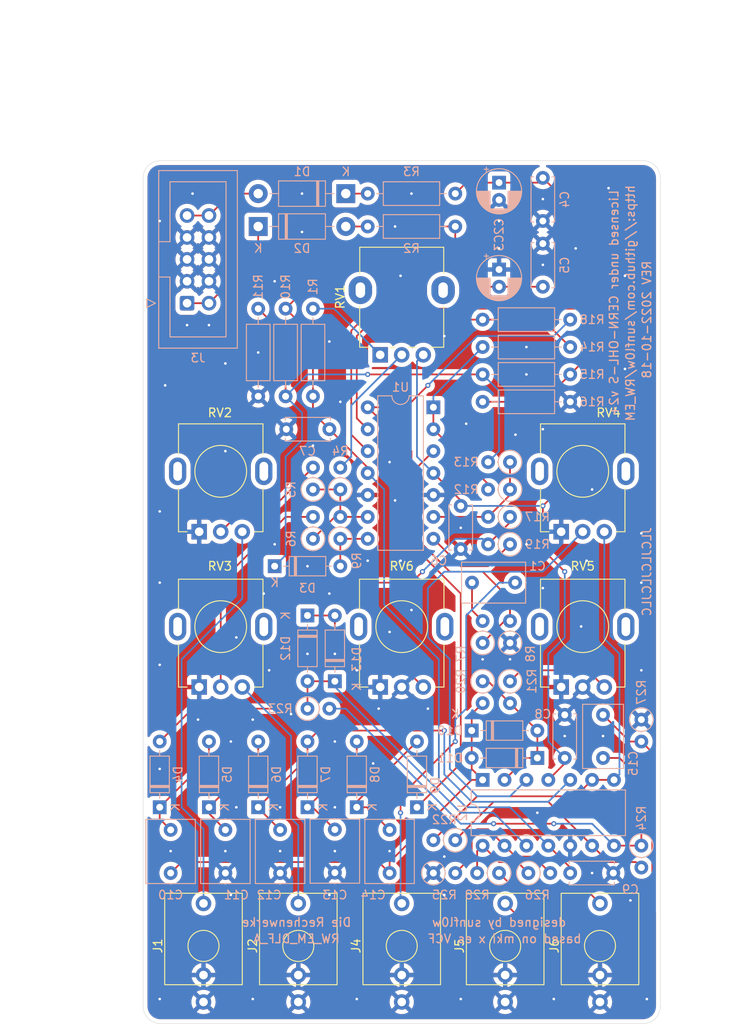
<source format=kicad_pcb>
(kicad_pcb (version 20211014) (generator pcbnew)
  (title_block (title "RW_EM_DLF_A") (date "2022-10-19") (rev "2022-10-19") (comment 1 "Licensed under CERN-OHL-S v2+"))
  (layers (0 "F.Cu" signal) (31 "B.Cu" signal) (34 "B.Paste" user) (35 "F.Paste" user) (36 "B.SilkS" user "B.Silkscreen") (37 "F.SilkS" user "F.Silkscreen") (38 "B.Mask" user) (39 "F.Mask" user) (44 "Edge.Cuts" user))
  (net 0 "")
  (net 1 "Net-(C1-Pad1)")
  (net 2 "Net-(C1-Pad2)")
  (net 3 "+12V")
  (net 4 "GND")
  (net 5 "-12V")
  (net 6 "Net-(C10-Pad1)")
  (net 7 "Net-(C10-Pad2)")
  (net 8 "Net-(C11-Pad2)")
  (net 9 "Net-(C12-Pad2)")
  (net 10 "Net-(C13-Pad2)")
  (net 11 "Net-(C14-Pad2)")
  (net 12 "Net-(C15-Pad1)")
  (net 13 "Net-(C15-Pad2)")
  (net 14 "Net-(D1-Pad1)")
  (net 15 "Net-(D1-Pad2)")
  (net 16 "Net-(D2-Pad1)")
  (net 17 "Net-(D2-Pad2)")
  (net 18 "Net-(D3-Pad1)")
  (net 19 "Net-(D3-Pad2)")
  (net 20 "Net-(D4-Pad2)")
  (net 21 "Net-(D9-Pad1)")
  (net 22 "Net-(D10-Pad2)")
  (net 23 "Net-(D12-Pad1)")
  (net 24 "Net-(D12-Pad2)")
  (net 25 "Net-(J1-PadT)")
  (net 26 "Net-(J2-PadT)")
  (net 27 "Net-(J6-PadT)")
  (net 28 "Net-(R1-Pad2)")
  (net 29 "Net-(R4-Pad1)")
  (net 30 "Net-(R4-Pad2)")
  (net 31 "Net-(R5-Pad2)")
  (net 32 "Net-(R6-Pad2)")
  (net 33 "Net-(R7-Pad1)")
  (net 34 "Net-(R12-Pad1)")
  (net 35 "Net-(R12-Pad2)")
  (net 36 "Net-(R14-Pad1)")
  (net 37 "Net-(R15-Pad1)")
  (net 38 "Net-(R19-Pad1)")
  (net 39 "Net-(R21-Pad1)")
  (net 40 "Net-(R22-Pad1)")
  (net 41 "Net-(R22-Pad2)")
  (net 42 "Net-(R25-Pad2)")
  (net 43 "Net-(R26-Pad1)")
  (net 44 "Net-(RV4-Pad2)")
  (footprint "RW_EurorackModular:PJ301M-12" (layer "F.Cu") (at 173 131)
    (fp_text reference "J6")
    (fp_text value "PJ301M-12")
  )
  (footprint "RW_EurorackModular:Potentiometer_R0904N_SongHuei" (layer "F.Cu") (at 150 94)
    (fp_text reference "RV6")
    (fp_text value "25k")
  )
  (footprint "RW_EurorackModular:Potentiometer_R0904N_SongHuei" (layer "F.Cu") (at 129 94)
    (fp_text reference "RV3")
    (fp_text value "100k")
  )
  (footprint "RW_EurorackModular:Potentiometer_Alpha_RD901F-40-00D_Single_Vertical" (layer "F.Cu") (at 150 55)
    (fp_text reference "RV1")
    (fp_text value "100k")
  )
  (footprint "RW_EurorackModular:PJ301M-12" (layer "F.Cu") (at 138 131)
    (fp_text reference "J2")
    (fp_text value "PJ301M-12")
  )
  (footprint "RW_EurorackModular:PJ301M-12" (layer "F.Cu") (at 150 131)
    (fp_text reference "J4")
    (fp_text value "PJ301M-12")
  )
  (footprint "RW_EurorackModular:Potentiometer_R0904N_SongHuei" (layer "F.Cu") (at 129 76)
    (fp_text reference "RV2")
    (fp_text value "100k")
  )
  (footprint "RW_EurorackModular:PJ301M-12" (layer "F.Cu") (at 162 131)
    (fp_text reference "J5")
    (fp_text value "PJ301M-12")
  )
  (footprint "RW_EurorackModular:Potentiometer_R0904N_SongHuei" (layer "F.Cu") (at 171 76)
    (fp_text reference "RV4")
    (fp_text value "100k")
  )
  (footprint "RW_EurorackModular:Potentiometer_R0904N_SongHuei" (layer "F.Cu") (at 171 94)
    (fp_text reference "RV5")
    (fp_text value "50k")
  )
  (footprint "RW_EurorackModular:PJ301M-12" (layer "F.Cu") (at 127 131)
    (fp_text reference "J1")
    (fp_text value "PJ301M-12")
  )
  (footprint "Resistor_THT:R_Axial_DIN0207_L6.3mm_D2.5mm_P10.16mm_Horizontal" (layer "B.Cu") (at 136.525 67.31 90)
    (fp_text reference "R10")
    (fp_text value "100k")
  )
  (footprint "Resistor_THT:R_Axial_DIN0207_L6.3mm_D2.5mm_P2.54mm_Vertical" (layer "B.Cu") (at 142.875 83.82 90)
    (fp_text reference "R9")
    (fp_text value "14k")
  )
  (footprint "Capacitor_THT:CP_Radial_D5.0mm_P2.00mm" (layer "B.Cu") (at 161.29 42.545 -90)
    (fp_text reference "C2")
    (fp_text value "47uF")
  )
  (footprint "Resistor_THT:R_Axial_DIN0207_L6.3mm_D2.5mm_P10.16mm_Horizontal" (layer "B.Cu") (at 146.05 47.625)
    (fp_text reference "R2")
    (fp_text value "10")
  )
  (footprint "Resistor_THT:R_Axial_DIN0207_L6.3mm_D2.5mm_P2.54mm_Vertical" (layer "B.Cu") (at 139.065 103.505)
    (fp_text reference "R23")
    (fp_text value "100k")
  )
  (footprint "Resistor_THT:R_Axial_DIN0207_L6.3mm_D2.5mm_P10.16mm_Horizontal" (layer "B.Cu") (at 169.545 61.595 180)
    (fp_text reference "R14")
    (fp_text value "33k")
  )
  (footprint "Resistor_THT:R_Axial_DIN0207_L6.3mm_D2.5mm_P2.54mm_Vertical" (layer "B.Cu") (at 162.56 84.455 180)
    (fp_text reference "R19")
    (fp_text value "2k")
  )
  (footprint "Capacitor_THT:C_Rect_L7.2mm_W4.5mm_P5.00mm_FKS2_FKP2_MKS2_MKP2" (layer "B.Cu") (at 163.155 88.9 180)
    (fp_text reference "C1")
    (fp_text value "1uF")
  )
  (footprint "Diode_THT:D_DO-35_SOD27_P7.62mm_Horizontal" (layer "B.Cu") (at 121.92 114.935 90)
    (fp_text reference "D4")
    (fp_text value "1N4148")
  )
  (footprint "Diode_THT:D_DO-41_SOD81_P10.16mm_Horizontal" (layer "B.Cu") (at 133.35 47.625)
    (fp_text reference "D2")
    (fp_text value "1N5819")
  )
  (footprint "Resistor_THT:R_Axial_DIN0207_L6.3mm_D2.5mm_P10.16mm_Horizontal" (layer "B.Cu") (at 139.7 67.31 90)
    (fp_text reference "R1")
    (fp_text value "27k")
  )
  (footprint "Capacitor_THT:C_Rect_L7.2mm_W5.5mm_P5.00mm_FKS2_FKP2_MKS2_MKP2" (layer "B.Cu") (at 142.24 122.515 90)
    (fp_text reference "C13")
    (fp_text value "2.2nF")
  )
  (footprint "Capacitor_THT:C_Disc_D5.0mm_W2.5mm_P5.00mm" (layer "B.Cu") (at 136.605 71.12)
    (fp_text reference "C7")
    (fp_text value "100nF")
  )
  (footprint "Package_DIP:DIP-14_W7.62mm" (layer "B.Cu") (at 153.67 68.58 180)
    (fp_text reference "U1")
    (fp_text value "TL074")
  )
  (footprint "Diode_THT:D_DO-35_SOD27_P7.62mm_Horizontal" (layer "B.Cu") (at 142.24 100.33 90)
    (fp_text reference "D13")
    (fp_text value "1N4148")
  )
  (footprint "Capacitor_THT:C_Disc_D5.0mm_W2.5mm_P5.00mm" (layer "B.Cu") (at 166.37 41.99 -90)
    (fp_text reference "C4")
    (fp_text value "100nF")
  )
  (footprint "Capacitor_THT:C_Disc_D5.0mm_W2.5mm_P5.00mm" (layer "B.Cu") (at 174.545 122.555 180)
    (fp_text reference "C9")
    (fp_text value "100nF")
  )
  (footprint "Resistor_THT:R_Axial_DIN0207_L6.3mm_D2.5mm_P2.54mm_Vertical" (layer "B.Cu") (at 164.69 122.555)
    (fp_text reference "R26")
    (fp_text value "100k")
  )
  (footprint "Resistor_THT:R_Axial_DIN0207_L6.3mm_D2.5mm_P2.54mm_Vertical" (layer "B.Cu") (at 177.8 104.775 -90)
    (fp_text reference "R27")
    (fp_text value "100k")
  )
  (footprint "Resistor_THT:R_Axial_DIN0207_L6.3mm_D2.5mm_P2.54mm_Vertical" (layer "B.Cu") (at 153.67 122.555)
    (fp_text reference "R25")
    (fp_text value "27k")
  )
  (footprint "Capacitor_THT:C_Disc_D5.0mm_W2.5mm_P5.00mm" (layer "B.Cu") (at 166.37 49.61 -90)
    (fp_text reference "C5")
    (fp_text value "100nF")
  )
  (footprint "Capacitor_THT:C_Disc_D5.0mm_W2.5mm_P5.00mm" (layer "B.Cu") (at 168.91 109.22 90)
    (fp_text reference "C8")
    (fp_text value "100nF")
  )
  (footprint "Resistor_THT:R_Axial_DIN0207_L6.3mm_D2.5mm_P2.54mm_Vertical" (layer "B.Cu") (at 162.56 81.28 180)
    (fp_text reference "R17")
    (fp_text value "33k")
  )
  (footprint "Diode_THT:D_DO-35_SOD27_P7.62mm_Horizontal" (layer "B.Cu") (at 158.115 106.045)
    (fp_text reference "D10")
    (fp_text value "1N4148")
  )
  (footprint "Resistor_THT:R_Axial_DIN0207_L6.3mm_D2.5mm_P2.54mm_Vertical" (layer "B.Cu") (at 162.56 74.93 180)
    (fp_text reference "R13")
    (fp_text value "33k")
  )
  (footprint "Resistor_THT:R_Axial_DIN0207_L6.3mm_D2.5mm_P10.16mm_Horizontal" (layer "B.Cu") (at 133.35 67.31 90)
    (fp_text reference "R11")
    (fp_text value "27k")
  )
  (footprint "Capacitor_THT:C_Rect_L7.2mm_W5.5mm_P5.00mm_FKS2_FKP2_MKS2_MKP2" (layer "B.Cu") (at 123.19 122.555 90)
    (fp_text reference "C10")
    (fp_text value "2.2nF")
  )
  (footprint "Connector_IDC:IDC-Header_2x05_P2.54mm_Vertical" (layer "B.Cu") (at 125.095 56.515)
    (fp_text reference "J3")
    (fp_text value "IDC_02x05")
  )
  (footprint "Diode_THT:D_DO-35_SOD27_P7.62mm_Horizontal" (layer "B.Cu") (at 133.35 114.935 90)
    (fp_text reference "D6")
    (fp_text value "1N4148")
  )
  (footprint "Resistor_THT:R_Axial_DIN0207_L6.3mm_D2.5mm_P2.54mm_Vertical" (layer "B.Cu") (at 159.385 100.33 -90)
    (fp_text reference "R20")
    (fp_text value "100k")
  )
  (footprint "Resistor_THT:R_Axial_DIN0207_L6.3mm_D2.5mm_P2.54mm_Vertical" (layer "B.Cu") (at 162.56 78.105 180)
    (fp_text reference "R12")
    (fp_text value "33k")
  )
  (footprint "Resistor_THT:R_Axial_DIN0207_L6.3mm_D2.5mm_P2.54mm_Vertical" (layer "B.Cu") (at 159.385 95.885 90)
    (fp_text reference "R7")
    (fp_text value "100k")
  )
  (footprint "Diode_THT:D_DO-35_SOD27_P7.62mm_Horizontal" (layer "B.Cu") (at 144.78 114.935 90)
    (fp_text reference "D8")
    (fp_text value "1N4148")
  )
  (footprint "Resistor_THT:R_Axial_DIN0207_L6.3mm_D2.5mm_P10.16mm_Horizontal" (layer "B.Cu") (at 169.545 67.945 180)
    (fp_text reference "R16")
    (fp_text value "33k")
  )
  (footprint "Diode_THT:D_DO-35_SOD27_P7.62mm_Horizontal" (layer "B.Cu") (at 151.765 114.935 90)
    (fp_text reference "D9")
    (fp_text value "1N4148")
  )
  (footprint "Resistor_THT:R_Axial_DIN0207_L6.3mm_D2.5mm_P2.54mm_Vertical" (layer "B.Cu") (at 161.29 122.555 180)
    (fp_text reference "R28")
    (fp_text value "1k")
  )
  (footprint "Diode_THT:D_DO-35_SOD27_P7.62mm_Horizontal" (layer "B.Cu") (at 127.635 114.935 90)
    (fp_text reference "D5")
    (fp_text value "1N4148")
  )
  (footprint "Diode_THT:D_DO-35_SOD27_P7.62mm_Horizontal" (layer "B.Cu") (at 139.065 114.935 90)
    (fp_text reference "D7")
    (fp_text value "1N4148")
  )
  (footprint "Diode_THT:D_DO-35_SOD27_P7.62mm_Horizontal" (layer "B.Cu") (at 165.735 109.22 180)
    (fp_text reference "D11")
    (fp_text value "1N4148")
  )
  (footprint "Resistor_THT:R_Axial_DIN0207_L6.3mm_D2.5mm_P2.54mm_Vertical" (layer "B.Cu") (at 177.8 119.38 -90)
    (fp_text reference "R24")
    (fp_text value "33k")
  )
  (footprint "Resistor_THT:R_Axial_DIN0207_L6.3mm_D2.5mm_P2.54mm_Vertical" (layer "B.Cu") (at 162.56 95.885 90)
    (fp_text reference "R8")
    (fp_text value "2k")
  )
  (footprint "Diode_THT:D_DO-41_SOD81_P10.16mm_Horizontal" (layer "B.Cu") (at 143.51 43.815 180)
    (fp_text reference "D1")
    (fp_text value "1N5819")
  )
  (footprint "Diode_THT:D_DO-35_SOD27_P7.62mm_Horizontal" (layer "B.Cu") (at 135.255 86.995)
    (fp_text reference "D3")
    (fp_text value "1N4148")
  )
  (footprint "Capacitor_THT:C_Rect_L7.2mm_W4.5mm_P5.00mm_FKS2_FKP2_MKS2_MKP2" (layer "B.Cu") (at 173.355 109.22 90)
    (fp_text reference "C15")
    (fp_text value "1uF")
  )
  (footprint "Resistor_THT:R_Axial_DIN0207_L6.3mm_D2.5mm_P2.54mm_Vertical" (layer "B.Cu") (at 156.21 118.745 180)
    (fp_text reference "R22")
    (fp_text value "1k")
  )
  (footprint "Resistor_THT:R_Axial_DIN0207_L6.3mm_D2.5mm_P2.54mm_Vertical" (layer "B.Cu") (at 139.7 83.82 90)
    (fp_text reference "R6")
    (fp_text value "68k")
  )
  (footprint "Capacitor_THT:C_Disc_D5.0mm_W2.5mm_P5.00mm" (layer "B.Cu") (at 156.845 80.01 -90)
    (fp_text reference "C6")
    (fp_text value "100nF")
  )
  (footprint "Capacitor_THT:C_Rect_L7.2mm_W5.5mm_P5.00mm_FKS2_FKP2_MKS2_MKP2" (layer "B.Cu") (at 135.89 122.555 90)
    (fp_text reference "C12")
    (fp_text value "2.2nF")
  )
  (footprint "Resistor_THT:R_Axial_DIN0207_L6.3mm_D2.5mm_P10.16mm_Horizontal" (layer "B.Cu") (at 146.05 43.815)
    (fp_text reference "R3")
    (fp_text value "10")
  )
  (footprint "Diode_THT:D_DO-35_SOD27_P7.62mm_Horizontal" (layer "B.Cu") (at 139.065 92.71 -90)
    (fp_text reference "D12")
    (fp_text value "1N4148")
  )
  (footprint "Capacitor_THT:C_Rect_L7.2mm_W5.5mm_P5.00mm_FKS2_FKP2_MKS2_MKP2" (layer "B.Cu") (at 148.59 122.555 90)
    (fp_text reference "C14")
    (fp_text value "2.2nF")
  )
  (footprint "Capacitor_THT:CP_Radial_D5.0mm_P2.00mm" (layer "B.Cu") (at 161.29 52.61 -90)
    (fp_text reference "C3")
    (fp_text value "47uF")
  )
  (footprint "Resistor_THT:R_Axial_DIN0207_L6.3mm_D2.5mm_P2.54mm_Vertical" (layer "B.Cu") (at 139.7 78.105 90)
    (fp_text reference "R5")
    (fp_text value "68k")
  )
  (footprint "Package_DIP:DIP-14_W7.62mm" (layer "B.Cu") (at 159.385 111.76 -90)
    (fp_text reference "U2")
    (fp_text value "TL074")
  )
  (footprint "Resistor_THT:R_Axial_DIN0207_L6.3mm_D2.5mm_P10.16mm_Horizontal" (layer "B.Cu") (at 169.545 64.77 180)
    (fp_text reference "R15")
    (fp_text value "33k")
  )
  (footprint "Resistor_THT:R_Axial_DIN0207_L6.3mm_D2.5mm_P2.54mm_Vertical" (layer "B.Cu") (at 142.875 78.105 90)
    (fp_text reference "R4")
    (fp_text value "100k")
  )
  (footprint "Capacitor_THT:C_Rect_L7.2mm_W5.5mm_P5.00mm_FKS2_FKP2_MKS2_MKP2" (layer "B.Cu") (at 129.54 122.555 90)
    (fp_text reference "C11")
    (fp_text value "2.2nF")
  )
  (footprint "Resistor_THT:R_Axial_DIN0207_L6.3mm_D2.5mm_P2.54mm_Vertical" (layer "B.Cu") (at 162.56 100.33 -90)
    (fp_text reference "R21")
    (fp_text value "1k")
  )
  (footprint "Resistor_THT:R_Axial_DIN0207_L6.3mm_D2.5mm_P10.16mm_Horizontal" (layer "B.Cu") (at 169.545 58.42 180)
    (fp_text reference "R18")
    (fp_text value "33k")
  )
  (gr_arc (start 180 138) (mid 179.414214 139.414214) (end 178 140) (layer "Edge.Cuts") (width 0.05))
  (gr_line (start 122 140) (end 178 140) (layer "Edge.Cuts") (width 0.05))
  (gr_line (start 120 42) (end 120 138) (layer "Edge.Cuts") (width 0.05))
  (gr_arc (start 178 40) (mid 179.414214 40.585786) (end 180 42) (layer "Edge.Cuts") (width 0.05))
  (gr_line (start 180 138) (end 180 42) (layer "Edge.Cuts") (width 0.05))
  (gr_arc (start 120 42) (mid 120.585786 40.585786) (end 122 40) (layer "Edge.Cuts") (width 0.05))
  (gr_arc (start 122 140) (mid 120.585786 139.414214) (end 120 138) (layer "Edge.Cuts") (width 0.05))
  (gr_line (start 178 40) (end 122 40) (layer "Edge.Cuts") (width 0.05))
  (gr_text "https://github.com/sunfl0w/RW_EM" (at 176.53 56.515 90) (layer "B.SilkS") (effects (font (size 1 1) (thickness 0.16)) (justify mirror)))
  (gr_text "Die Rechenwerke" (at 137.795 128.27) (layer "B.SilkS") (effects (font (size 1 1) (thickness 0.16)) (justify mirror)))
  (gr_text "based on mki x es VCF" (at 161.925 130.175) (layer "B.SilkS") (effects (font (size 1 1) (thickness 0.16)) (justify mirror)))
  (gr_text "designed by sunfl0w" (at 161.29 128.27) (layer "B.SilkS") (effects (font (size 1 1) (thickness 0.16)) (justify mirror)))
  (gr_text "RW_EM_DLF_A" (at 137.795 130.175) (layer "B.SilkS") (effects (font (size 1 1) (thickness 0.16)) (justify mirror)))
  (gr_text "REV 2022-10-18" (at 178.435 58.42 90) (layer "B.SilkS") (effects (font (size 1 1) (thickness 0.16)) (justify mirror)))
  (gr_text "Licensed under CERN-OHL-S v2+" (at 174.625 56.515 90) (layer "B.SilkS") (effects (font (size 1 1) (thickness 0.16)) (justify mirror)))
  (gr_text "JLCJLCJLCJLC" (at 178.435 87.63 90) (layer "B.SilkS") (effects (font (size 1 1) (thickness 0.16)) (justify mirror)))
  (segment (start 149.86 113.665) (end 149.86 115.57) (width 0.2) (layer "F.Cu") (net 1))
  (segment (start 156.21 107.315) (end 149.86 113.665) (width 0.2) (layer "F.Cu") (net 1))
  (via (at 156.21 107.315) (size 0.6) (drill 0.3) (layers "F.Cu" "B.Cu") (net 1))
  (via (at 149.86 115.57) (size 0.6) (drill 0.3) (layers "F.Cu" "B.Cu") (net 1))
  (segment (start 156.21 104.775) (end 156.21 107.315) (width 0.2) (layer "B.Cu") (net 1))
  (segment (start 161.29 88.9) (end 157.48 92.71) (width 0.2) (layer "B.Cu") (net 1))
  (segment (start 149.86 125.94) (end 150 126.08) (width 0.2) (layer "B.Cu") (net 1))
  (segment (start 157.48 92.71) (end 157.48 103.505) (width 0.2) (layer "B.Cu") (net 1))
  (segment (start 149.86 115.57) (end 149.86 125.94) (width 0.2) (layer "B.Cu") (net 1))
  (segment (start 163.155 88.9) (end 161.29 88.9) (width 0.2) (layer "B.Cu") (net 1))
  (segment (start 157.48 103.505) (end 156.21 104.775) (width 0.2) (layer "B.Cu") (net 1))
  (segment (start 158.155 88.9) (end 158.155 92.115) (width 0.2) (layer "F.Cu") (net 2))
  (segment (start 158.155 92.115) (end 159.385 93.345) (width 0.2) (layer "F.Cu") (net 2))
  (segment (start 167.005 111.76) (end 168.91 109.855) (width 0.2) (layer "F.Cu") (net 3))
  (segment (start 153.67 76.2) (end 156.845 79.375) (width 0.2) (layer "F.Cu") (net 3))
  (segment (start 168.91 87.63) (end 166.37 85.09) (width 0.2) (layer "F.Cu") (net 3))
  (segment (start 166.37 80.01) (end 172.72 73.66) (width 0.2) (layer "F.Cu") (net 3))
  (segment (start 172.72 48.34) (end 166.37 41.99) (width 0.2) (layer "F.Cu") (net 3))
  (segment (start 161.29 42.545) (end 165.815 42.545) (width 0.2) (layer "F.Cu") (net 3))
  (segment (start 168.91 109.855) (end 168.91 109.22) (width 0.2) (layer "F.Cu") (net 3))
  (segment (start 161.29 42.545) (end 157.48 42.545) (width 0.2) (layer "F.Cu") (net 3))
  (segment (start 165.815 42.545) (end 166.37 41.99) (width 0.2) (layer "F.Cu") (net 3))
  (segment (start 157.48 42.545) (end 156.21 43.815) (width 0.2) (layer "F.Cu") (net 3))
  (segment (start 156.845 79.375) (end 156.845 80.01) (width 0.2) (layer "F.Cu") (net 3))
  (segment (start 166.37 85.09) (end 166.37 80.01) (width 0.2) (layer "F.Cu") (net 3))
  (segment (start 172.72 73.66) (end 172.72 48.34) (width 0.2) (layer "F.Cu") (net 3))
  (via (at 168.91 87.63) (size 0.6) (drill 0.3) (layers "F.Cu" "B.Cu") (net 3))
  (via (at 166.37 80.01) (size 0.6) (drill 0.3) (layers "F.Cu" "B.Cu") (net 3))
  (segment (start 152.5 62.5) (end 151.765 63.235) (width 0.2) (layer "B.Cu") (net 3))
  (segment (start 167.005 107.315) (end 167.005 97.155) (width 0.2) (layer "B.Cu") (net 3))
  (segment (start 151.765 63.235) (end 151.765 74.295) (width 0.2) (layer "B.Cu") (net 3))
  (segment (start 168.91 109.22) (end 167.005 107.315) (width 0.2) (layer "B.Cu") (net 3))
  (segment (start 166.37 80.01) (end 156.845 80.01) (width 0.2) (layer "B.Cu") (net 3))
  (segment (start 167.005 97.155) (end 168.91 95.25) (width 0.2) (layer "B.Cu") (net 3))
  (segment (start 151.765 74.295) (end 153.67 76.2) (width 0.2) (layer "B.Cu") (net 3))
  (segment (start 168.91 95.25) (end 168.91 87.63) (width 0.2) (layer "B.Cu") (net 3))
  (via (at 171.45 86.36) (size 0.6) (drill 0.3) (layers "F.Cu" "B.Cu") (net 4))
  (via (at 121.92 88.9) (size 0.6) (drill 0.3) (layers "F.Cu" "B.Cu") (net 4))
  (via (at 149.86 86.36) (size 0.6) (drill 0.3) (layers "F.Cu" "B.Cu") (net 4))
  (via (at 166.37 52.07) (size 0.6) (drill 0.3) (layers "F.Cu" "B.Cu") (net 4))
  (via (at 141.605 125.095) (size 0.6) (drill 0.3) (layers "F.Cu" "B.Cu") (net 4))
  (via (at 175.895 53.34) (size 0.6) (drill 0.3) (layers "F.Cu" "B.Cu") (net 4))
  (via (at 156.845 137.16) (size 0.6) (drill 0.3) (layers "F.Cu" "B.Cu") (net 4))
  (via (at 130.175 125.095) (size 0.6) (drill 0.3) (layers "F.Cu" "B.Cu") (net 4))
  (via (at 130.81 114.935) (size 0.6) (drill 0.3) (layers "F.Cu" "B.Cu") (net 4))
  (via (at 146.05 86.36) (size 0.6) (drill 0.3) (layers "F.Cu" "B.Cu") (net 4))
  (via (at 157.48 70.485) (size 0.6) (drill 0.3) (layers "F.Cu" "B.Cu") (net 4))
  (via (at 132.715 104.775) (size 0.6) (drill 0.3) (layers "F.Cu" "B.Cu") (net 4))
  (via (at 134.62 99.06) (size 0.6) (drill 0.3) (layers "F.Cu" "B.Cu") (net 4))
  (via (at 133.35 62.23) (size 0.6) (drill 0.3) (layers "F.Cu" "B.Cu") (net 4))
  (via (at 149.225 79.375) (size 0.6) (drill 0.3) (layers "F.Cu" "B.Cu") (net 4))
  (via (at 168.91 106.68) (size 0.6) (drill 0.3) (layers "F.Cu" "B.Cu") (net 4))
  (via (at 121.92 137.16) (size 0.6) (drill 0.3) (layers "F.Cu" "B.Cu") (net 4))
  (via (at 126.365 104.775) (size 0.6) (drill 0.3) (layers "F.Cu" "B.Cu") (net 4))
  (via (at 142.875 67.945) (size 0.6) (drill 0.3) (layers "F.Cu" "B.Cu") (net 4))
  (via (at 139.065 86.995) (size 0.6) (drill 0.3) (layers "F.Cu" "B.Cu") (net 4))
  (via (at 166.37 44.45) (size 0.6) (drill 0.3) (layers "F.Cu" "B.Cu") (net 4))
  (via (at 133.985 90.17) (size 0.6) (drill 0.3) (layers "F.Cu" "B.Cu") (net 4))
  (via (at 135.255 53.975) (size 0.6) (drill 0.3) (layers "F.Cu" "B.Cu") (net 4))
  (via (at 148.59 94.615) (size 0.6) (drill 0.3) (layers "F.Cu" "B.Cu") (net 4))
  (via (at 161.29 46.99) (size 0.6) (drill 0.3) (layers "F.Cu" "B.Cu") (net 4))
  (via (at 139.7 73.025) (size 0.6) (drill 0.3) (layers "F.Cu" "B.Cu") (net 4))
  (via (at 142.24 120.015) (size 0.6) (drill 0.3) (layers "F.Cu" "B.Cu") (net 4))
  (via (at 130.175 107.315) (size 0.6) (drill 0.3) (layers "F.Cu" "B.Cu") (net 4))
  (via (at 144.78 99.06) (size 0.6) (drill 0.3) (layers "F.Cu" "B.Cu") (net 4))
  (via (at 173.355 106.68) (size 0.6) (drill 0.3) (layers "F.Cu" "B.Cu") (net 4))
  (via (at 121.92 46.99) (size 0.6) (drill 0.3) (layers "F.Cu" "B.Cu") (net 4))
  (via (at 172.085 122.555) (size 0.6) (drill 0.3) (layers "F.Cu" "B.Cu") (net 4))
  (via (at 177.8 88.9) (size 0.6) (drill 0.3) (layers "F.Cu" "B.Cu") (net 4))
  (via (at 167.64 137.16) (size 0.6) (drill 0.3) (layers "F.Cu" "B.Cu") (net 4))
  (via (at 176.53 125.73) (size 0.6) (drill 0.3) (layers "F.Cu" "B.Cu") (net 4))
  (via (at 125.095 59.055) (size 0.6) (drill 0.3) (layers "F.Cu" "B.Cu") (net 4))
  (via (at 154.94 60.325) (size 0.6) (drill 0.3) (layers "F.Cu" "B.Cu") (net 4))
  (via (at 142.24 107.315) (size 0.6) (drill 0.3) (layers "F.Cu" "B.Cu") (net 4))
  (via (at 129.54 120.015) (size 0.6) (drill 0.3) (layers "F.Cu" "B.Cu") (net 4))
  (via (at 148.59 74.93) (size 0.6) (drill 0.3) (layers "F.Cu" "B.Cu") (net 4))
  (via (at 141.605 90.17) (size 0.6) (drill 0.3) (layers "F.Cu" "B.Cu") (net 4))
  (via (at 125.73 43.815) (size 0.6) (drill 0.3) (layers "F.Cu" "B.Cu") (net 4))
  (via (at 121.92 98.425) (size 0.6) (drill 0.3) (layers "F.Cu" "B.Cu") (net 4))
  (via (at 147.32 103.505) (size 0.6) (drill 0.3) (layers "F.Cu" "B.Cu") (net 4))
  (via (at 141.605 60.96) (size 0.6) (drill 0.3) (layers "F.Cu" "B.Cu") (net 4))
  (via (at 162.56 97.79) (size 0.6) (drill 0.3) (layers "F.Cu" "B.Cu") (net 4))
  (via (at 170.18 50.165) (size 0.6) (drill 0.3) (layers "F.Cu" "B.Cu") (net 4))
  (via (at 177.8 99.06) (size 0.6) (drill 0.3) (layers "F.Cu" "B.Cu") (net 4))
  (via (at 137.16 104.14) (size 0.6) (drill 0.3) (layers "F.Cu" "B.Cu") (net 4))
  (via (at 151.13 92.075) (size 0.6) (drill 0.3) (layers "F.Cu" "B.Cu") (net 4))
  (via (at 122.555 66.04) (size 0.6) (drill 0.3) (layers "F.Cu" "B.Cu") (net 4))
  (via (at 144.78 137.16) (size 0.6) (drill 0.3) (layers "F.Cu" "B.Cu") (net 4))
  (via (at 177.8 83.185) (size 0.6) (drill 0.3) (layers "F.Cu" "B.Cu") (net 4))
  (via (at 164.465 64.77) (size 0.6) (drill 0.3) (layers "F.Cu" "B.Cu") (net 4))
  (via (at 130.81 95.25) (size 0.6) (drill 0.3) (layers "F.Cu" "B.Cu") (net 4))
  (via (at 149.225 47.625) (size 0.6) (drill 0.3) (layers "F.Cu" "B.Cu") (net 4))
  (via (at 121.92 110.49) (size 0.6) (drill 0.3) (layers "F.Cu" "B.Cu") (net 4))
  (via (at 139.065 97.155) (size 0.6) (drill 0.3) (layers "F.Cu" "B.Cu") (net 4))
  (via (at 129.54 63.5) (size 0.6) (drill 0.3) (layers "F.Cu" "B.Cu") (net 4))
  (via (at 161.29 50.165) (size 0.6) (drill 0.3) (layers "F.Cu" "B.Cu") (net 4))
  (via (at 121.92 80.645) (size 0.6) (drill 0.3) (layers "F.Cu" "B.Cu") (net 4))
  (via (at 123.19 120.015) (size 0.6) (drill 0.3) (layers "F.Cu" "B.Cu") (net 4))
  (via (at 164.465 61.595) (size 0.6) (drill 0.3) (layers "F.Cu" "B.Cu") (net 4))
  (via (at 175.895 64.135) (size 0.6) (drill 0.3) (layers "F.Cu" "B.Cu") (net 4))
  (via (at 151.13 43.815) (size 0.6) (drill 0.3) (layers "F.Cu" "B.Cu") (net 4))
  (via (at 135.89 120.015) (size 0.6) (drill 0.3) (layers "F.Cu" "B.Cu") (net 4))
  (via (at 135.89 114.935) (size 0.6) (drill 0.3) (layers "F.Cu" "B.Cu") (net 4))
  (via (at 142.24 114.935) (size 0.6) (drill 0.3) (layers "F.Cu" "B.Cu") (net 4))
  (via (at 154.94 120.65) (size 0.6) (drill 0.3) (layers "F.Cu" "B.Cu") (net 4))
  (via (at 172.085 78.105) (size 0.6) (drill 0.3) (layers "F.Cu" "B.Cu") (net 4))
  (via (at 154.94 125.095) (size 0.6) (drill 0.3) (layers "F.Cu" "B.Cu") (net 4))
  (via (at 135.255 84.455) (size 0.6) (drill 0.3) (layers "F.Cu" "B.Cu") (net 4))
  (via (at 170.815 93.98) (size 0.6) (drill 0.3) (layers "F.Cu" "B.Cu") (net 4))
  (via (at 149.86 53.34) (size 0.6) (drill 0.3) (layers "F.Cu" "B.Cu") (net 4))
  (via (at 148.59 120.015) (size 0.6) (drill 0.3) (layers "F.Cu" "B.Cu") (net 4))
  (via (at 166.37 89.535) (size 0.6) (drill 0.3) (layers "F.Cu" "B.Cu") (net 4))
  (via (at 129.54 73.66) (size 0.6) (drill 0.3) (layers "F.Cu" "B.Cu") (net 4))
  (via (at 146.685 109.855) (size 0.6) (drill 0.3) (layers "F.Cu" "B.Cu") (net 4))
  (via (at 153.035 103.505) (size 0.6) (drill 0.3) (layers "F.Cu" "B.Cu") (net 4))
  (via (at 164.465 84.455) (size 0.6) (drill 0.3) (layers "F.Cu" "B.Cu") (net 4))
  (via (at 178.435 137.16) (size 0.6) (drill 0.3) (layers "F.Cu" "B.Cu") (net 4))
  (via (at 156.845 82.55) (size 0.6) (drill 0.3) (layers "F.Cu" "B.Cu") (net 4))
  (via (at 142.24 97.155) (size 0.6) (drill 0.3) (layers "F.Cu" "B.Cu") (net 4))
  (via (at 163.195 71.755) (size 0.6) (drill 0.3) (layers "F.Cu" "B.Cu") (net 4))
  (via (at 138.43 43.815) (size 0.6) (drill 0.3) (layers "F.Cu" "B.Cu") (net 4))
  (via (at 132.715 137.16) (size 0.6) (drill 0.3) (layers "F.Cu" "B.Cu") (net 4))
  (via (at 166.37 71.12) (size 0.6) (drill 0.3) (layers "F.Cu" "B.Cu") (net 4))
  (via (at 159.385 97.79) (size 0.6) (drill 0.3) (layers "F.Cu" "B.Cu") (net 4))
  (via (at 173.99 43.18) (size 0.6) (drill 0.3) (layers "F.Cu" "B.Cu") (net 4))
  (via (at 138.43 48.26) (size 0.6) (drill 0.3) (layers "F.Cu" "B.Cu") (net 4))
  (via (at 127.635 59.055) (size 0.6) (drill 0.3) (layers "F.Cu" "B.Cu") (net 4))
  (via (at 165.735 115.57) (size 0.6) (drill 0.3) (layers "F.Cu" "B.Cu") (net 4))
  (segment (start 139.7 69.215) (end 142.875 72.39) (width 0.2) (layer "F.Cu") (net 5))
  (segment (start 142.875 72.39) (end 146.05 75.565) (width 0.2) (layer "F.Cu") (net 5))
  (segment (start 156.21 50.66137) (end 160.15863 54.61) (width 0.2) (layer "F.Cu") (net 5))
  (segment (start 136.525 57.15) (end 139.7 60.325) (width 0.2) (layer "F.Cu") (net 5))
  (segment (start 139.7 60.325) (end 139.7 67.31) (width 0.2) (layer "F.Cu") (net 5))
  (segment (start 144.145 49.53) (end 149.86 49.53) (width 0.2) (layer "F.Cu") (net 5))
  (segment (start 146.05 75.565) (end 146.05 76.2) (width 0.2) (layer "F.Cu") (net 5))
  (segment (start 136.525 57.15) (end 144.145 49.53) (width 0.2) (layer "F.Cu") (net 5))
  (segment (start 151.765 47.625) (end 156.21 47.625) (width 0.2) (layer "F.Cu") (net 5))
  (segment (start 161.29 54.61) (end 166.37 54.61) (width 0.2) (layer "F.Cu") (net 5))
  (segment (start 139.7 67.31) (end 139.7 69.215) (width 0.2) (layer "F.Cu") (net 5))
  (segment (start 156.21 47.625) (end 156.21 50.66137) (width 0.2) (layer "F.Cu") (net 5))
  (segment (start 167.005 119.38) (end 169.545 121.92) (width 0.2) (layer "F.Cu") (net 5))
  (segment (start 149.86 49.53) (end 151.765 47.625) (width 0.2) (layer "F.Cu") (net 5))
  (segment (start 160.15863 54.61) (end 161.29 54.61) (width 0.2) (layer "F.Cu") (net 5))
  (segment (start 169.545 121.92) (end 169.545 122.555) (width 0.2) (layer "F.Cu") (net 5))
  (segment (start 167.005 119.38) (end 162.56 114.935) (width 0.2) (layer "B.Cu") (net 5))
  (segment (start 154.305 111.76) (end 154.305 97.79) (width 0.2) (layer "B.Cu") (net 5))
  (segment (start 147.955 91.44) (end 147.955 78.105) (width 0.2) (layer "B.Cu") (net 5))
  (segment (start 157.48 114.935) (end 154.305 111.76) (width 0.2) (layer "B.Cu") (net 5))
  (segment (start 147.955 78.105) (end 146.05 76.2) (width 0.2) (layer "B.Cu") (net 5))
  (segment (start 154.305 97.79) (end 147.955 91.44) (width 0.2) (layer "B.Cu") (net 5))
  (segment (start 162.56 114.935) (end 157.48 114.935) (width 0.2) (layer "B.Cu") (net 5))
  (segment (start 158.115 106.045) (end 158.115 109.22) (width 0.2) (layer "F.Cu") (net 6))
  (segment (start 148.59 122.555) (end 148.59 121.285) (width 0.2) (layer "F.Cu") (net 6))
  (segment (start 158.115 110.49) (end 159.385 111.76) (width 0.2) (layer "F.Cu") (net 6))
  (segment (start 158.115 106.045) (end 158.115 104.14) (width 0.2) (layer "F.Cu") (net 6))
  (segment (start 158.115 109.22) (end 158.115 110.49) (width 0.2) (layer "F.Cu") (net 6))
  (segment (start 158.115 111.76) (end 159.385 111.76) (width 0.2) (layer "F.Cu") (net 6))
  (segment (start 148.59 121.285) (end 158.115 111.76) (width 0.2) (layer "F.Cu") (net 6))
  (segment (start 158.115 104.14) (end 159.385 102.87) (width 0.2) (layer "F.Cu") (net 6))
  (segment (start 124.46 121.285) (end 123.19 122.555) (width 0.2) (layer "F.Cu") (net 6))
  (segment (start 148.59 122.555) (end 147.32 121.285) (width 0.2) (layer "F.Cu") (net 6))
  (segment (start 147.32 121.285) (end 124.46 121.285) (width 0.2) (layer "F.Cu") (net 6))
  (segment (start 127.635 107.315) (end 127.635 109.22) (width 0.2) (layer "F.Cu") (net 7))
  (segment (start 127.635 109.22) (end 121.92 114.935) (width 0.2) (layer "F.Cu") (net 7))
  (segment (start 121.92 116.285) (end 123.19 117.555) (width 0.2) (layer "F.Cu") (net 7))
  (segment (start 121.92 114.935) (end 121.92 116.285) (width 0.2) (layer "F.Cu") (net 7))
  (segment (start 133.35 107.315) (end 133.35 109.22) (width 0.2) (layer "F.Cu") (net 8))
  (segment (start 127.635 115.65) (end 129.54 117.555) (width 0.2) (layer "F.Cu") (net 8))
  (segment (start 127.635 114.935) (end 127.635 115.65) (width 0.2) (layer "F.Cu") (net 8))
  (segment (start 133.35 109.22) (end 127.635 114.935) (width 0.2) (layer "F.Cu") (net 8))
  (segment (start 154.94 106.045) (end 140.335 106.045) (width 0.2) (layer "F.Cu") (net 9))
  (segment (start 139.065 109.22) (end 133.35 114.935) (width 0.2) (layer "F.Cu") (net 9))
  (segment (start 133.35 114.935) (end 133.35 115.015) (width 0.2) (layer "F.Cu") (net 9))
  (segment (start 133.35 115.015) (end 135.89 117.555) (width 0.2) (layer "F.Cu") (net 9))
  (segment (start 140.335 106.045) (end 139.065 107.315) (width 0.2) (layer "F.Cu") (net 9))
  (segment (start 139.065 107.315) (end 139.065 109.22) (width 0.2) (layer "F.Cu") (net 9))
  (via (at 154.94 106.045) (size 0.6) (drill 0.3) (layers "F.Cu" "B.Cu") (net 9))
  (segment (start 167.005 114.3) (end 158.115 114.3) (width 0.2) (layer "B.Cu") (net 9))
  (segment (start 154.94 111.125) (end 154.94 106.045) (width 0.2) (layer "B.Cu") (net 9))
  (segment (start 158.115 114.3) (end 154.94 111.125) (width 0.2) (layer "B.Cu") (net 9))
  (segment (start 169.545 111.76) (end 167.005 114.3) (width 0.2) (layer "B.Cu") (net 9))
  (segment (start 144.78 107.315) (end 144.78 109.22) (width 0.2) (layer "F.Cu") (net 10))
  (segment (start 139.66 114.935) (end 142.24 117.515) (width 0.2) (layer "F.Cu") (net 10))
  (segment (start 144.78 109.22) (end 139.065 114.935) (width 0.2) (layer "F.Cu") (net 10))
  (segment (start 139.065 114.935) (end 139.66 114.935) (width 0.2) (layer "F.Cu") (net 10))
  (segment (start 144.78 114.935) (end 144.78 114.3) (width 0.2) (layer "F.Cu") (net 11))
  (segment (start 145.97 114.935) (end 148.59 117.555) (width 0.2) (layer "F.Cu") (net 11))
  (segment (start 144.78 114.3) (end 151.765 107.315) (width 0.2) (layer "F.Cu") (net 11))
  (segment (start 144.78 114.935) (end 145.97 114.935) (width 0.2) (layer "F.Cu") (net 11))
  (segment (start 177.8 111.76) (end 177.8 119.38) (width 0.2) (layer "F.Cu") (net 12))
  (segment (start 173.355 109.22) (end 175.26 109.22) (width 0.2) (layer "F.Cu") (net 12))
  (segment (start 160.655 116.84) (end 167.64 116.84) (width 0.2) (layer "F.Cu") (net 12))
  (segment (start 175.26 109.22) (end 177.8 111.76) (width 0.2) (layer "F.Cu") (net 12))
  (segment (start 177.8 119.38) (end 174.625 119.38) (width 0.2) (layer "F.Cu") (net 12))
  (via (at 167.64 116.84) (size 0.6) (drill 0.3) (layers "F.Cu" "B.Cu") (net 12))
  (via (at 160.655 116.84) (size 0.6) (drill 0.3) (layers "F.Cu" "B.Cu") (net 12))
  (segment (start 167.64 116.84) (end 172.085 116.84) (width 0.2) (layer "B.Cu") (net 12))
  (segment (start 143.51 103.505) (end 156.845 116.84) (width 0.2) (layer "B.Cu") (net 12))
  (segment (start 141.605 103.505) (end 143.51 103.505) (width 0.2) (layer "B.Cu") (net 12))
  (segment (start 172.085 116.84) (end 174.625 119.38) (width 0.2) (layer "B.Cu") (net 12))
  (segment (start 156.845 116.84) (end 160.655 116.84) (width 0.2) (layer "B.Cu") (net 12))
  (segment (start 177.8 127.635) (end 163.555 127.635) (width 0.2) (layer "F.Cu") (net 13))
  (segment (start 176.45 107.315) (end 173.355 104.22) (width 0.2) (layer "F.Cu") (net 13))
  (segment (start 177.8 107.315) (end 179.07 108.585) (width 0.2) (layer "F.Cu") (net 13))
  (segment (start 179.07 126.365) (end 177.8 127.635) (width 0.2) (layer "F.Cu") (net 13))
  (segment (start 177.8 107.315) (end 176.45 107.315) (width 0.2) (layer "F.Cu") (net 13))
  (segment (start 179.07 108.585) (end 179.07 126.365) (width 0.2) (layer "F.Cu") (net 13))
  (segment (start 163.555 127.635) (end 162 126.08) (width 0.2) (layer "F.Cu") (net 13))
  (segment (start 146.05 43.815) (end 143.51 43.815) (width 0.2) (layer "F.Cu") (net 14))
  (segment (start 125.095 46.355) (end 127.635 46.355) (width 0.2) (layer "F.Cu") (net 15))
  (segment (start 127.635 46.355) (end 130.175 43.815) (width 0.2) (layer "F.Cu") (net 15))
  (segment (start 130.175 43.815) (end 133.35 43.815) (width 0.2) (layer "F.Cu") (net 15))
  (segment (start 127.635 56.515) (end 133.35 50.8) (width 0.2) (layer "F.Cu") (net 16))
  (segment (start 125.095 56.515) (end 127.635 56.515) (width 0.2) (layer "F.Cu") (net 16))
  (segment (start 133.35 50.8) (end 133.35 47.625) (width 0.2) (layer "F.Cu") (net 16))
  (segment (start 143.51 47.625) (end 146.05 47.625) (width 0.2) (layer "F.Cu") (net 17))
  (segment (start 136.525 67.31) (end 136.525 60.325) (width 0.2) (layer "F.Cu") (net 18))
  (segment (start 146.05 64.77) (end 159.385 64.77) (width 0.2) (layer "F.Cu") (net 18))
  (segment (start 136.525 60.325) (end 133.35 57.15) (width 0.2) (layer "F.Cu") (net 18))
  (via (at 146.05 64.77) (size 0.6) (drill 0.3) (layers "F.Cu" "B.Cu") (net 18))
  (segment (start 139.065 64.77) (end 146.05 64.77) (width 0.2) (layer "B.Cu") (net 18))
  (segment (start 138.43 69.215) (end 138.43 72.39) (width 0.2) (layer "B.Cu") (net 18))
  (segment (start 138.43 72.39) (end 136.525 74.295) (width 0.2) (layer "B.Cu") (net 18))
  (segment (start 136.525 67.31) (end 138.43 69.215) (width 0.2) (layer "B.Cu") (net 18))
  (segment (start 160.02 74.93) (end 161.29 73.66) (width 0.2) (layer "B.Cu") (net 18))
  (segment (start 136.525 74.295) (end 136.525 85.725) (width 0.2) (layer "B.Cu") (net 18))
  (segment (start 136.525 67.31) (end 139.065 64.77) (width 0.2) (layer "B.Cu") (net 18))
  (segment (start 161.29 66.675) (end 159.385 64.77) (width 0.2) (layer "B.Cu") (net 18))
  (segment (start 161.29 73.66) (end 161.29 66.675) (width 0.2) (layer "B.Cu") (net 18))
  (segment (start 135.255 86.995) (end 136.525 85.725) (width 0.2) (layer "B.Cu") (net 18))
  (segment (start 142.875 83.82) (end 142.875 86.995) (width 0.2) (layer "F.Cu") (net 19))
  (segment (start 142.875 83.82) (end 146.05 83.82) (width 0.2) (layer "F.Cu") (net 19))
  (segment (start 151.13 88.9) (end 152.4 87.63) (width 0.2) (layer "F.Cu") (net 20))
  (segment (start 125.73 103.505) (end 135.255 103.505) (width 0.2) (layer "F.Cu") (net 20))
  (segment (start 162.56 81.915) (end 162.56 81.28) (width 0.2) (layer "F.Cu") (net 20))
  (segment (start 160.02 84.455) (end 162.56 81.915) (width 0.2) (layer "F.Cu") (net 20))
  (segment (start 121.92 107.315) (end 125.73 103.505) (width 0.2) (layer "F.Cu") (net 20))
  (segment (start 137.16 101.6) (end 137.16 90.17) (width 0.2) (layer "F.Cu") (net 20))
  (segment (start 137.16 90.17) (end 138.43 88.9) (width 0.2) (layer "F.Cu") (net 20))
  (segment (start 138.43 88.9) (end 151.13 88.9) (width 0.2) (layer "F.Cu") (net 20))
  (segment (start 135.255 103.505) (end 137.16 101.6) (width 0.2) (layer "F.Cu") (net 20))
  (via (at 152.4 87.63) (size 0.6) (drill 0.3) (layers "F.Cu" "B.Cu") (net 20))
  (segment (start 152.4 87.63) (end 156.21 83.82) (width 0.2) (layer "B.Cu") (net 20))
  (segment (start 159.385 83.82) (end 160.02 84.455) (width 0.2) (layer "B.Cu") (net 20))
  (segment (start 156.21 83.82) (end 159.385 83.82) (width 0.2) (layer "B.Cu") (net 20))
  (segment (start 156.845 90.17) (end 151.13 84.455) (width 0.2) (layer "F.Cu") (net 21))
  (segment (start 151.765 114.935) (end 156.845 109.855) (width 0.2) (layer "F.Cu") (net 21))
  (segment (start 151.13 84.455) (end 151.13 73.66) (width 0.2) (layer "F.Cu") (net 21))
  (segment (start 150.495 68.58) (end 153.035 66.04) (width 0.2) (layer "F.Cu") (net 21))
  (segment (start 146.05 68.58) (end 150.495 68.58) (width 0.2) (layer "F.Cu") (net 21))
  (segment (start 156.845 109.855) (end 156.845 90.17) (width 0.2) (layer "F.Cu") (net 21))
  (segment (start 151.13 73.66) (end 146.05 68.58) (width 0.2) (layer "F.Cu") (net 21))
  (via (at 153.035 66.04) (size 0.6) (drill 0.3) (layers "F.Cu" "B.Cu") (net 21))
  (segment (start 169.545 58.42) (end 167.64 60.325) (width 0.2) (layer "B.Cu") (net 21))
  (segment (start 158.75 60.325) (end 153.035 66.04) (width 0.2) (layer "B.Cu") (net 21))
  (segment (start 167.64 60.325) (end 158.75 60.325) (width 0.2) (layer "B.Cu") (net 21))
  (segment (start 161.925 111.76) (end 164.465 109.22) (width 0.2) (layer "F.Cu") (net 22))
  (segment (start 165.735 106.045) (end 162.56 102.87) (width 0.2) (layer "F.Cu") (net 22))
  (segment (start 162.56 102.87) (end 160.02 100.33) (width 0.2) (layer "F.Cu") (net 22))
  (segment (start 164.465 109.22) (end 165.735 109.22) (width 0.2) (layer "F.Cu") (net 22))
  (segment (start 160.02 100.33) (end 159.385 100.33) (width 0.2) (layer "F.Cu") (net 22))
  (segment (start 165.735 109.22) (end 165.735 106.045) (width 0.2) (layer "F.Cu") (net 22))
  (segment (start 148.655 97.155) (end 144.78 97.155) (width 0.2) (layer "F.Cu") (net 23))
  (segment (start 142.24 94.615) (end 142.24 92.71) (width 0.2) (layer "F.Cu") (net 23))
  (segment (start 144.78 97.155) (end 142.24 94.615) (width 0.2) (layer "F.Cu") (net 23))
  (segment (start 139.065 92.71) (end 142.24 92.71) (width 0.2) (layer "F.Cu") (net 23))
  (segment (start 152.5 101) (end 148.655 97.155) (width 0.2) (layer "F.Cu") (net 23))
  (segment (start 139.065 100.33) (end 142.24 100.33) (width 0.2) (layer "F.Cu") (net 24))
  (segment (start 139.065 100.33) (end 139.065 103.505) (width 0.2) (layer "F.Cu") (net 24))
  (segment (start 164.465 119.38) (end 160.655 115.57) (width 0.2) (layer "B.Cu") (net 24))
  (segment (start 142.24 100.965) (end 142.24 100.33) (width 0.2) (layer "B.Cu") (net 24))
  (segment (start 160.655 115.57) (end 156.845 115.57) (width 0.2) (layer "B.Cu") (net 24))
  (segment (start 156.845 115.57) (end 142.24 100.965) (width 0.2) (layer "B.Cu") (net 24))
  (segment (start 124.46 97.79) (end 131.5 90.75) (width 0.2) (layer "B.Cu") (net 25))
  (segment (start 124.46 114.935) (end 124.46 97.79) (width 0.2) (layer "B.Cu") (net 25))
  (segment (start 127 126.08) (end 127 117.475) (width 0.2) (layer "B.Cu") (net 25))
  (segment (start 131.5 90.75) (end 131.5 83) (width 0.2) (layer "B.Cu") (net 25))
  (segment (start 127 117.475) (end 124.46 114.935) (width 0.2) (layer "B.Cu") (net 25))
  (segment (start 138 126.08) (end 138 117.045) (width 0.2) (layer "B.Cu") (net 26))
  (segment (start 137.16 106.66) (end 131.5 101) (width 0.2) (layer "B.Cu") (net 26))
  (segment (start 137.16 116.205) (end 137.16 106.66) (width 0.2) (layer "B.Cu") (net 26))
  (segment (start 138 117.045) (end 137.16 116.205) (width 0.2) (layer "B.Cu") (net 26))
  (segment (start 171.38 124.46) (end 173 126.08) (width 0.2) (layer "F.Cu") (net 27))
  (segment (start 161.29 122.555) (end 163.195 124.46) (width 0.2) (layer "F.Cu") (net 27))
  (segment (start 163.195 124.46) (end 171.38 124.46) (width 0.2) (layer "F.Cu") (net 27))
  (segment (start 139.7 57.15) (end 142.15 57.15) (width 0.2) (layer "B.Cu") (net 28))
  (segment (start 142.15 57.15) (end 147.5 62.5) (width 0.2) (layer "B.Cu") (net 28))
  (segment (start 142.24 81.28) (end 142.875 81.28) (width 0.2) (layer "F.Cu") (net 29))
  (segment (start 139.7 83.82) (end 142.24 81.28) (width 0.2) (layer "F.Cu") (net 29))
  (segment (start 142.875 78.105) (end 142.875 81.28) (width 0.2) (layer "F.Cu") (net 29))
  (segment (start 142.875 81.28) (end 146.05 81.28) (width 0.2) (layer "F.Cu") (net 29))
  (segment (start 142.875 78.105) (end 139.7 78.105) (width 0.2) (layer "F.Cu") (net 29))
  (segment (start 144.145 74.295) (end 142.875 75.565) (width 0.2) (layer "B.Cu") (net 30))
  (segment (start 150 62.5) (end 144.145 68.355) (width 0.2) (layer "B.Cu") (net 30))
  (segment (start 144.145 68.355) (end 144.145 74.295) (width 0.2) (layer "B.Cu") (net 30))
  (segment (start 139.7 75.565) (end 135.255 80.01) (width 0.2) (layer "F.Cu") (net 31))
  (segment (start 135.255 80.01) (end 131.99 80.01) (width 0.2) (layer "F.Cu") (net 31))
  (segment (start 131.99 80.01) (end 129 83) (width 0.2) (layer "F.Cu") (net 31))
  (segment (start 136.525 81.28) (end 139.7 81.28) (width 0.2) (layer "F.Cu") (net 32))
  (segment (start 129 101) (end 129 88.805) (width 0.2) (layer "F.Cu") (net 32))
  (segment (start 129 88.805) (end 136.525 81.28) (width 0.2) (layer "F.Cu") (net 32))
  (segment (start 155.575 87.63) (end 151.765 83.82) (width 0.2) (layer "F.Cu") (net 33))
  (segment (start 161.925 93.345) (end 162.56 93.345) (width 0.2) (layer "F.Cu") (net 33))
  (segment (start 159.385 95.885) (end 161.925 93.345) (width 0.2) (layer "F.Cu") (net 33))
  (segment (start 162.56 90.805) (end 159.385 87.63) (width 0.2) (layer "F.Cu") (net 33))
  (segment (start 159.385 87.63) (end 155.575 87.63) (width 0.2) (layer "F.Cu") (net 33))
  (segment (start 162.56 93.345) (end 162.56 90.805) (width 0.2) (layer "F.Cu") (net 33))
  (segment (start 151.765 75.565) (end 153.67 73.66) (width 0.2) (layer "F.Cu") (net 33))
  (segment (start 151.765 83.82) (end 151.765 75.565) (width 0.2) (layer "F.Cu") (net 33))
  (segment (start 160.02 81.28) (end 162.56 78.74) (width 0.2) (layer "F.Cu") (net 34))
  (segment (start 162.56 78.74) (end 162.56 78.105) (width 0.2) (layer "F.Cu") (net 34))
  (segment (start 160.02 81.28) (end 153.67 81.28) (width 0.2) (layer "F.Cu") (net 34))
  (segment (start 162.56 74.93) (end 162.56 78.105) (width 0.2) (layer "F.Cu") (net 34))
  (segment (start 160.02 77.47) (end 160.02 78.105) (width 0.2) (layer "F.Cu") (net 35))
  (segment (start 153.67 68.58) (end 153.67 71.12) (width 0.2) (layer "F.Cu") (net 35))
  (segment (start 153.67 71.12) (end 160.02 77.47) (width 0.2) (layer "F.Cu") (net 35))
  (segment (start 153.67 68.58) (end 153.67 67.31) (width 0.2) (layer "B.Cu") (net 35))
  (segment (start 153.67 67.31) (end 159.385 61.595) (width 0.2) (layer "B.Cu") (net 35))
  (segment (start 144.78 60.325) (end 146.685 58.42) (width 0.2) (layer "F.Cu") (net 36))
  (segment (start 146.685 58.42) (end 159.385 58.42) (width 0.2) (layer "F.Cu") (net 36))
  (segment (start 159.385 58.42) (end 166.37 58.42) (width 0.2) (layer "F.Cu") (net 36))
  (segment (start 144.78 69.85) (end 144.78 60.325) (width 0.2) (layer "F.Cu") (net 36))
  (segment (start 146.05 71.12) (end 144.78 69.85) (width 0.2) (layer "F.Cu") (net 36))
  (segment (start 166.37 58.42) (end 169.545 61.595) (width 0.2) (layer "F.Cu") (net 36))
  (segment (start 144.145 59.69) (end 146.685 57.15) (width 0.2) (layer "F.Cu") (net 37))
  (segment (start 146.05 73.66) (end 144.145 71.755) (width 0.2) (layer "F.Cu") (net 37))
  (segment (start 171.45 57.785) (end 171.45 62.865) (width 0.2) (layer "F.Cu") (net 37))
  (segment (start 144.145 71.755) (end 144.145 59.69) (width 0.2) (layer "F.Cu") (net 37))
  (segment (start 159.385 67.945) (end 166.37 67.945) (width 0.2) (layer "F.Cu") (net 37))
  (segment (start 170.815 57.15) (end 171.45 57.785) (width 0.2) (layer "F.Cu") (net 37))
  (segment (start 171.45 62.865) (end 169.545 64.77) (width 0.2) (layer "F.Cu") (net 37))
  (segment (start 146.685 57.15) (end 170.815 57.15) (width 0.2) (layer "F.Cu") (net 37))
  (segment (start 166.37 67.945) (end 169.545 64.77) (width 0.2) (layer "F.Cu") (net 37))
  (segment (start 153.67 83.82) (end 156.845 86.995) (width 0.2) (layer "F.Cu") (net 38))
  (segment (start 156.845 86.995) (end 160.02 86.995) (width 0.2) (layer "F.Cu") (net 38))
  (segment (start 160.02 86.995) (end 162.56 84.455) (width 0.2) (layer "F.Cu") (net 38))
  (segment (start 171.56 99.06) (end 173.5 101) (width 0.2) (layer "F.Cu") (net 39))
  (segment (start 162.56 100.33) (end 163.83 99.06) (width 0.2) (layer "F.Cu") (net 39))
  (segment (start 163.83 99.06) (end 171.56 99.06) (width 0.2) (layer "F.Cu") (net 39))
  (segment (start 172.085 119.38) (end 167.005 114.3) (width 0.2) (layer "F.Cu") (net 40))
  (segment (start 177.165 121.285) (end 177.8 121.92) (width 0.2) (layer "F.Cu") (net 40))
  (segment (start 173.99 121.285) (end 177.165 121.285) (width 0.2) (layer "F.Cu") (net 40))
  (segment (start 167.005 114.3) (end 160.655 114.3) (width 0.2) (layer "F.Cu") (net 40))
  (segment (start 160.655 114.3) (end 156.21 118.745) (width 0.2) (layer "F.Cu") (net 40))
  (segment (start 172.085 119.38) (end 173.99 121.285) (width 0.2) (layer "F.Cu") (net 40))
  (segment (start 172.085 111.76) (end 174.625 111.76) (width 0.2) (layer "F.Cu") (net 41))
  (segment (start 158.75 113.665) (end 170.18 113.665) (width 0.2) (layer "F.Cu") (net 41))
  (segment (start 170.18 113.665) (end 172.085 111.76) (width 0.2) (layer "F.Cu") (net 41))
  (segment (start 153.67 118.745) (end 156.21 116.205) (width 0.2) (layer "F.Cu") (net 41))
  (segment (start 156.21 116.205) (end 158.75 113.665) (width 0.2) (layer "F.Cu") (net 41))
  (segment (start 175.26 111.125) (end 175.26 97.155) (width 0.2) (layer "B.Cu") (net 41))
  (segment (start 173.5 95.395) (end 173.5 83) (width 0.2) (layer "B.Cu") (net 41))
  (segment (start 175.26 97.155) (end 173.5 95.395) (width 0.2) (layer "B.Cu") (net 41))
  (segment (start 174.625 111.76) (end 175.26 111.125) (width 0.2) (layer "B.Cu") (net 41))
  (segment (start 163.195 120.65) (end 161.925 119.38) (width 0.2) (layer "F.Cu") (net 42))
  (segment (start 156.21 122.555) (end 158.115 120.65) (width 0.2) (layer "F.Cu") (net 42))
  (segment (start 158.115 118.11) (end 158.75 117.475) (width 0.2) (layer "F.Cu") (net 42))
  (segment (start 158.75 117.475) (end 160.02 117.475) (width 0.2) (layer "F.Cu") (net 42))
  (segment (start 167.23 122.555) (end 165.325 120.65) (width 0.2) (layer "F.Cu") (net 42))
  (segment (start 160.02 117.475) (end 161.925 119.38) (width 0.2) (layer "F.Cu") (net 42))
  (segment (start 158.115 120.65) (end 158.115 118.11) (width 0.2) (layer "F.Cu") (net 42))
  (segment (start 165.325 120.65) (end 163.195 120.65) (width 0.2) (layer "F.Cu") (net 42))
  (segment (start 158.75 120.015) (end 159.385 119.38) (width 0.2) (layer "F.Cu") (net 43))
  (segment (start 163.42 121.285) (end 161.29 121.285) (width 0.2) (layer "F.Cu") (net 43))
  (segment (start 161.29 121.285) (end 159.385 119.38) (width 0.2) (layer "F.Cu") (net 43))
  (segment (start 164.69 122.555) (end 163.42 121.285) (width 0.2) (layer "F.Cu") (net 43))
  (segment (start 158.75 122.555) (end 158.75 120.015) (width 0.2) (layer "F.Cu") (net 43))
  (segment (start 158.75 113.665) (end 155.575 110.49) (width 0.2) (layer "B.Cu") (net 44))
  (segment (start 153.035 89.535) (end 154.94 87.63) (width 0.2) (layer "B.Cu") (net 44))
  (segment (start 155.575 110.49) (end 155.575 97.79) (width 0.2) (layer "B.Cu") (net 44))
  (segment (start 155.575 97.79) (end 153.035 95.25) (width 0.2) (layer "B.Cu") (net 44))
  (segment (start 166.37 87.63) (end 171 83) (width 0.2) (layer "B.Cu") (net 44))
  (segment (start 154.94 87.63) (end 166.37 87.63) (width 0.2) (layer "B.Cu") (net 44))
  (segment (start 164.465 111.76) (end 162.56 113.665) (width 0.2) (layer "B.Cu") (net 44))
  (segment (start 162.56 113.665) (end 158.75 113.665) (width 0.2) (layer "B.Cu") (net 44))
  (segment (start 153.035 95.25) (end 153.035 89.535) (width 0.2) (layer "B.Cu") (net 44))
  (zone (net 4) (net_name "GND") (layer "F.Cu") (connect_pads (clearance 0.508)) (min_thickness 0.254) (fill yes (thermal_gap 0.508) (thermal_bridge_width 0.508))
    (polygon (pts (xy 180 140) (xy 120 140) (xy 120 40) (xy 180 40)))
  )
  (zone (net 4) (net_name "GND") (layer "B.Cu") (connect_pads (clearance 0.508)) (min_thickness 0.254) (fill yes (thermal_gap 0.508) (thermal_bridge_width 0.508))
    (polygon (pts (xy 180 140) (xy 120 140) (xy 120 40) (xy 180 40)))
  )
)
</source>
